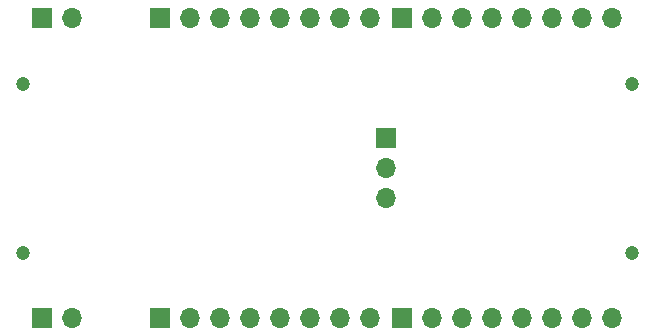
<source format=gbs>
%TF.GenerationSoftware,KiCad,Pcbnew,7.0.11*%
%TF.CreationDate,2024-03-13T01:45:22+08:00*%
%TF.ProjectId,UINIO-Signal-Translator,55494e49-4f2d-4536-9967-6e616c2d5472,Version 2.0.0*%
%TF.SameCoordinates,PX78a63b0PY57fedb0*%
%TF.FileFunction,Soldermask,Bot*%
%TF.FilePolarity,Negative*%
%FSLAX46Y46*%
G04 Gerber Fmt 4.6, Leading zero omitted, Abs format (unit mm)*
G04 Created by KiCad (PCBNEW 7.0.11) date 2024-03-13 01:45:22*
%MOMM*%
%LPD*%
G01*
G04 APERTURE LIST*
%ADD10R,1.700000X1.700000*%
%ADD11O,1.700000X1.700000*%
%ADD12C,1.200000*%
G04 APERTURE END LIST*
D10*
%TO.C,J1*%
X505000Y-26750000D03*
D11*
X3045000Y-26750000D03*
%TD*%
D12*
%TO.C,HOLE\u002A\u002A*%
X-1090000Y-6930000D03*
%TD*%
D10*
%TO.C,J4*%
X10570000Y-1350000D03*
D11*
X13110000Y-1350000D03*
X15650000Y-1350000D03*
X18190000Y-1350000D03*
X20730000Y-1350000D03*
X23270000Y-1350000D03*
X25810000Y-1350000D03*
X28350000Y-1350000D03*
%TD*%
D12*
%TO.C,HOLE\u002A\u002A*%
X-1080000Y-21230000D03*
%TD*%
D10*
%TO.C,J6*%
X29665000Y-11525000D03*
D11*
X29665000Y-14065000D03*
X29665000Y-16605000D03*
%TD*%
D10*
%TO.C,J7*%
X31010000Y-1350000D03*
D11*
X33550000Y-1350000D03*
X36090000Y-1350000D03*
X38630000Y-1350000D03*
X41170000Y-1350000D03*
X43710000Y-1350000D03*
X46250000Y-1350000D03*
X48790000Y-1350000D03*
%TD*%
D10*
%TO.C,J2*%
X10570000Y-26750000D03*
D11*
X13110000Y-26750000D03*
X15650000Y-26750000D03*
X18190000Y-26750000D03*
X20730000Y-26750000D03*
X23270000Y-26750000D03*
X25810000Y-26750000D03*
X28350000Y-26750000D03*
%TD*%
D12*
%TO.C,HOLE\u002A\u002A*%
X50470000Y-21230000D03*
%TD*%
D10*
%TO.C,J3*%
X505000Y-1350000D03*
D11*
X3045000Y-1350000D03*
%TD*%
D12*
%TO.C,HOLE\u002A\u002A*%
X50470000Y-6930000D03*
%TD*%
D10*
%TO.C,J5*%
X31010000Y-26750000D03*
D11*
X33550000Y-26750000D03*
X36090000Y-26750000D03*
X38630000Y-26750000D03*
X41170000Y-26750000D03*
X43710000Y-26750000D03*
X46250000Y-26750000D03*
X48790000Y-26750000D03*
%TD*%
M02*

</source>
